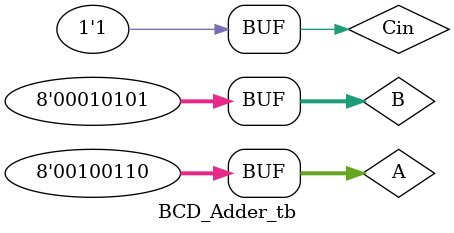
<source format=sv>
module BCD_Adder_tb;
    reg [7:0] A, B;   
    reg Cin;        
    wire [7:0] S;    
    wire c;          
    BCD_Adder uut (A,B,Cin,S,c);
    initial
     begin
        A = 8'b00000010;B = 8'b00000011;Cin = 0;#10;
        A = 8'b00001001;B = 8'b00000010;Cin = 0;#10;
        A = 8'b01011000;B = 8'b01001001;Cin = 0;#10;
        A = 8'b00000101;B = 8'b00000101;Cin = 1;#10;
        A = 8'b10011001;B = 8'b10011001; Cin = 0;#10;
        A = 8'b00000000;B = 8'b00000000;Cin = 0;#10;
        A = 8'b00100110;B = 8'b00010101;Cin = 1;#10;
    end
endmodule

</source>
